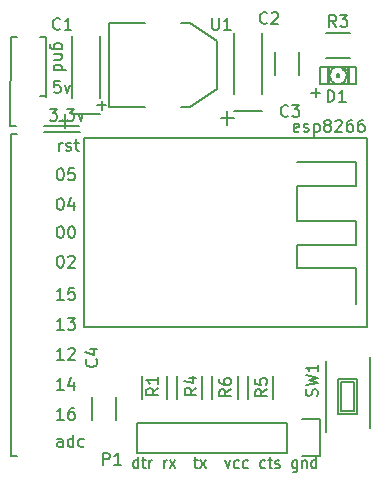
<source format=gbr>
G04 #@! TF.FileFunction,Legend,Top*
%FSLAX46Y46*%
G04 Gerber Fmt 4.6, Leading zero omitted, Abs format (unit mm)*
G04 Created by KiCad (PCBNEW 4.1.0-alpha+201607250104+6992~46~ubuntu14.04.1-product) date Sat Aug 13 20:54:48 2016*
%MOMM*%
%LPD*%
G01*
G04 APERTURE LIST*
%ADD10C,0.100000*%
%ADD11C,0.200000*%
%ADD12C,0.150000*%
G04 APERTURE END LIST*
D10*
D11*
X121504200Y-140452380D02*
X121504200Y-139452380D01*
X121504200Y-140404761D02*
X121418485Y-140452380D01*
X121247057Y-140452380D01*
X121161342Y-140404761D01*
X121118485Y-140357142D01*
X121075628Y-140261904D01*
X121075628Y-139976190D01*
X121118485Y-139880952D01*
X121161342Y-139833333D01*
X121247057Y-139785714D01*
X121418485Y-139785714D01*
X121504200Y-139833333D01*
X121804200Y-139785714D02*
X122147057Y-139785714D01*
X121932771Y-139452380D02*
X121932771Y-140309523D01*
X121975628Y-140404761D01*
X122061342Y-140452380D01*
X122147057Y-140452380D01*
X122447057Y-140452380D02*
X122447057Y-139785714D01*
X122447057Y-139976190D02*
X122489914Y-139880952D01*
X122532771Y-139833333D01*
X122618485Y-139785714D01*
X122704200Y-139785714D01*
X123689914Y-140452380D02*
X123689914Y-139785714D01*
X123689914Y-139976190D02*
X123732771Y-139880952D01*
X123775628Y-139833333D01*
X123861342Y-139785714D01*
X123947057Y-139785714D01*
X124161342Y-140452380D02*
X124632771Y-139785714D01*
X124161342Y-139785714D02*
X124632771Y-140452380D01*
X126218485Y-139785714D02*
X126561342Y-139785714D01*
X126347057Y-139452380D02*
X126347057Y-140309523D01*
X126389914Y-140404761D01*
X126475628Y-140452380D01*
X126561342Y-140452380D01*
X126775628Y-140452380D02*
X127247057Y-139785714D01*
X126775628Y-139785714D02*
X127247057Y-140452380D01*
X128875628Y-139785714D02*
X129089914Y-140452380D01*
X129304200Y-139785714D01*
X130032771Y-140404761D02*
X129947057Y-140452380D01*
X129775628Y-140452380D01*
X129689914Y-140404761D01*
X129647057Y-140357142D01*
X129604200Y-140261904D01*
X129604200Y-139976190D01*
X129647057Y-139880952D01*
X129689914Y-139833333D01*
X129775628Y-139785714D01*
X129947057Y-139785714D01*
X130032771Y-139833333D01*
X130804200Y-140404761D02*
X130718485Y-140452380D01*
X130547057Y-140452380D01*
X130461342Y-140404761D01*
X130418485Y-140357142D01*
X130375628Y-140261904D01*
X130375628Y-139976190D01*
X130418485Y-139880952D01*
X130461342Y-139833333D01*
X130547057Y-139785714D01*
X130718485Y-139785714D01*
X130804200Y-139833333D01*
X132261342Y-140404761D02*
X132175628Y-140452380D01*
X132004200Y-140452380D01*
X131918485Y-140404761D01*
X131875628Y-140357142D01*
X131832771Y-140261904D01*
X131832771Y-139976190D01*
X131875628Y-139880952D01*
X131918485Y-139833333D01*
X132004200Y-139785714D01*
X132175628Y-139785714D01*
X132261342Y-139833333D01*
X132518485Y-139785714D02*
X132861342Y-139785714D01*
X132647057Y-139452380D02*
X132647057Y-140309523D01*
X132689914Y-140404761D01*
X132775628Y-140452380D01*
X132861342Y-140452380D01*
X133118485Y-140404761D02*
X133204200Y-140452380D01*
X133375628Y-140452380D01*
X133461342Y-140404761D01*
X133504200Y-140309523D01*
X133504200Y-140261904D01*
X133461342Y-140166666D01*
X133375628Y-140119047D01*
X133247057Y-140119047D01*
X133161342Y-140071428D01*
X133118485Y-139976190D01*
X133118485Y-139928571D01*
X133161342Y-139833333D01*
X133247057Y-139785714D01*
X133375628Y-139785714D01*
X133461342Y-139833333D01*
X134961342Y-139785714D02*
X134961342Y-140595238D01*
X134918485Y-140690476D01*
X134875628Y-140738095D01*
X134789914Y-140785714D01*
X134661342Y-140785714D01*
X134575628Y-140738095D01*
X134961342Y-140404761D02*
X134875628Y-140452380D01*
X134704200Y-140452380D01*
X134618485Y-140404761D01*
X134575628Y-140357142D01*
X134532771Y-140261904D01*
X134532771Y-139976190D01*
X134575628Y-139880952D01*
X134618485Y-139833333D01*
X134704200Y-139785714D01*
X134875628Y-139785714D01*
X134961342Y-139833333D01*
X135389914Y-139785714D02*
X135389914Y-140452380D01*
X135389914Y-139880952D02*
X135432771Y-139833333D01*
X135518485Y-139785714D01*
X135647057Y-139785714D01*
X135732771Y-139833333D01*
X135775628Y-139928571D01*
X135775628Y-140452380D01*
X136589914Y-140452380D02*
X136589914Y-139452380D01*
X136589914Y-140404761D02*
X136504200Y-140452380D01*
X136332771Y-140452380D01*
X136247057Y-140404761D01*
X136204200Y-140357142D01*
X136161342Y-140261904D01*
X136161342Y-139976190D01*
X136204200Y-139880952D01*
X136247057Y-139833333D01*
X136332771Y-139785714D01*
X136504200Y-139785714D01*
X136589914Y-139833333D01*
X114820495Y-113558580D02*
X114820495Y-112891914D01*
X114820495Y-113082390D02*
X114868114Y-112987152D01*
X114915733Y-112939533D01*
X115010971Y-112891914D01*
X115106209Y-112891914D01*
X115391923Y-113510961D02*
X115487161Y-113558580D01*
X115677638Y-113558580D01*
X115772876Y-113510961D01*
X115820495Y-113415723D01*
X115820495Y-113368104D01*
X115772876Y-113272866D01*
X115677638Y-113225247D01*
X115534780Y-113225247D01*
X115439542Y-113177628D01*
X115391923Y-113082390D01*
X115391923Y-113034771D01*
X115439542Y-112939533D01*
X115534780Y-112891914D01*
X115677638Y-112891914D01*
X115772876Y-112939533D01*
X116106209Y-112891914D02*
X116487161Y-112891914D01*
X116249066Y-112558580D02*
X116249066Y-113415723D01*
X116296685Y-113510961D01*
X116391923Y-113558580D01*
X116487161Y-113558580D01*
X113509800Y-111480600D02*
X116509800Y-111480600D01*
X113538000Y-112014000D02*
X116538000Y-112014000D01*
X113705000Y-108915000D02*
X113205000Y-108915000D01*
X113205000Y-103915000D02*
X113705000Y-103915000D01*
X110705000Y-139415000D02*
X111205000Y-139415000D01*
X110693200Y-112191800D02*
X110705000Y-139415000D01*
X111252000Y-112141000D02*
X110752000Y-112141000D01*
X110705000Y-103915000D02*
X111205000Y-103915000D01*
X110693200Y-111506000D02*
X111193200Y-111506000D01*
X110705000Y-103915000D02*
X110667800Y-111480600D01*
X113705000Y-109000000D02*
X113705000Y-104000000D01*
X115022285Y-104936666D02*
X114212761Y-104936666D01*
X114117523Y-104889047D01*
X114069904Y-104841428D01*
X114022285Y-104746190D01*
X114022285Y-104603333D01*
X114069904Y-104508095D01*
X114403238Y-104936666D02*
X114355619Y-104841428D01*
X114355619Y-104650952D01*
X114403238Y-104555714D01*
X114450857Y-104508095D01*
X114546095Y-104460476D01*
X114831809Y-104460476D01*
X114927047Y-104508095D01*
X114974666Y-104555714D01*
X115022285Y-104650952D01*
X115022285Y-104841428D01*
X114974666Y-104936666D01*
X115022285Y-105412857D02*
X114355619Y-105412857D01*
X114927047Y-105412857D02*
X114974666Y-105460476D01*
X115022285Y-105555714D01*
X115022285Y-105698571D01*
X114974666Y-105793809D01*
X114879428Y-105841428D01*
X114355619Y-105841428D01*
X114355619Y-106746190D02*
X115355619Y-106746190D01*
X114403238Y-106746190D02*
X114355619Y-106650952D01*
X114355619Y-106460476D01*
X114403238Y-106365238D01*
X114450857Y-106317619D01*
X114546095Y-106270000D01*
X114831809Y-106270000D01*
X114927047Y-106317619D01*
X114974666Y-106365238D01*
X115022285Y-106460476D01*
X115022285Y-106650952D01*
X114974666Y-106746190D01*
X114890285Y-107656380D02*
X114414095Y-107656380D01*
X114366476Y-108132571D01*
X114414095Y-108084952D01*
X114509333Y-108037333D01*
X114747428Y-108037333D01*
X114842666Y-108084952D01*
X114890285Y-108132571D01*
X114937904Y-108227809D01*
X114937904Y-108465904D01*
X114890285Y-108561142D01*
X114842666Y-108608761D01*
X114747428Y-108656380D01*
X114509333Y-108656380D01*
X114414095Y-108608761D01*
X114366476Y-108561142D01*
X115271238Y-107989714D02*
X115509333Y-108656380D01*
X115747428Y-107989714D01*
X114014057Y-110018580D02*
X114633104Y-110018580D01*
X114299771Y-110399533D01*
X114442628Y-110399533D01*
X114537866Y-110447152D01*
X114585485Y-110494771D01*
X114633104Y-110590009D01*
X114633104Y-110828104D01*
X114585485Y-110923342D01*
X114537866Y-110970961D01*
X114442628Y-111018580D01*
X114156914Y-111018580D01*
X114061676Y-110970961D01*
X114014057Y-110923342D01*
X115061676Y-110923342D02*
X115109295Y-110970961D01*
X115061676Y-111018580D01*
X115014057Y-110970961D01*
X115061676Y-110923342D01*
X115061676Y-111018580D01*
X115442628Y-110018580D02*
X116061676Y-110018580D01*
X115728342Y-110399533D01*
X115871200Y-110399533D01*
X115966438Y-110447152D01*
X116014057Y-110494771D01*
X116061676Y-110590009D01*
X116061676Y-110828104D01*
X116014057Y-110923342D01*
X115966438Y-110970961D01*
X115871200Y-111018580D01*
X115585485Y-111018580D01*
X115490247Y-110970961D01*
X115442628Y-110923342D01*
X116395009Y-110351914D02*
X116633104Y-111018580D01*
X116871200Y-110351914D01*
X114858571Y-115047780D02*
X114953809Y-115047780D01*
X115049047Y-115095400D01*
X115096666Y-115143019D01*
X115144285Y-115238257D01*
X115191904Y-115428733D01*
X115191904Y-115666828D01*
X115144285Y-115857304D01*
X115096666Y-115952542D01*
X115049047Y-116000161D01*
X114953809Y-116047780D01*
X114858571Y-116047780D01*
X114763333Y-116000161D01*
X114715714Y-115952542D01*
X114668095Y-115857304D01*
X114620476Y-115666828D01*
X114620476Y-115428733D01*
X114668095Y-115238257D01*
X114715714Y-115143019D01*
X114763333Y-115095400D01*
X114858571Y-115047780D01*
X116096666Y-115047780D02*
X115620476Y-115047780D01*
X115572857Y-115523971D01*
X115620476Y-115476352D01*
X115715714Y-115428733D01*
X115953809Y-115428733D01*
X116049047Y-115476352D01*
X116096666Y-115523971D01*
X116144285Y-115619209D01*
X116144285Y-115857304D01*
X116096666Y-115952542D01*
X116049047Y-116000161D01*
X115953809Y-116047780D01*
X115715714Y-116047780D01*
X115620476Y-116000161D01*
X115572857Y-115952542D01*
X114858571Y-117562380D02*
X114953809Y-117562380D01*
X115049047Y-117610000D01*
X115096666Y-117657619D01*
X115144285Y-117752857D01*
X115191904Y-117943333D01*
X115191904Y-118181428D01*
X115144285Y-118371904D01*
X115096666Y-118467142D01*
X115049047Y-118514761D01*
X114953809Y-118562380D01*
X114858571Y-118562380D01*
X114763333Y-118514761D01*
X114715714Y-118467142D01*
X114668095Y-118371904D01*
X114620476Y-118181428D01*
X114620476Y-117943333D01*
X114668095Y-117752857D01*
X114715714Y-117657619D01*
X114763333Y-117610000D01*
X114858571Y-117562380D01*
X116049047Y-117895714D02*
X116049047Y-118562380D01*
X115810952Y-117514761D02*
X115572857Y-118229047D01*
X116191904Y-118229047D01*
X114858571Y-119952380D02*
X114953809Y-119952380D01*
X115049047Y-120000000D01*
X115096666Y-120047619D01*
X115144285Y-120142857D01*
X115191904Y-120333333D01*
X115191904Y-120571428D01*
X115144285Y-120761904D01*
X115096666Y-120857142D01*
X115049047Y-120904761D01*
X114953809Y-120952380D01*
X114858571Y-120952380D01*
X114763333Y-120904761D01*
X114715714Y-120857142D01*
X114668095Y-120761904D01*
X114620476Y-120571428D01*
X114620476Y-120333333D01*
X114668095Y-120142857D01*
X114715714Y-120047619D01*
X114763333Y-120000000D01*
X114858571Y-119952380D01*
X115810952Y-119952380D02*
X115906190Y-119952380D01*
X116001428Y-120000000D01*
X116049047Y-120047619D01*
X116096666Y-120142857D01*
X116144285Y-120333333D01*
X116144285Y-120571428D01*
X116096666Y-120761904D01*
X116049047Y-120857142D01*
X116001428Y-120904761D01*
X115906190Y-120952380D01*
X115810952Y-120952380D01*
X115715714Y-120904761D01*
X115668095Y-120857142D01*
X115620476Y-120761904D01*
X115572857Y-120571428D01*
X115572857Y-120333333D01*
X115620476Y-120142857D01*
X115668095Y-120047619D01*
X115715714Y-120000000D01*
X115810952Y-119952380D01*
X114858571Y-122452380D02*
X114953809Y-122452380D01*
X115049047Y-122500000D01*
X115096666Y-122547619D01*
X115144285Y-122642857D01*
X115191904Y-122833333D01*
X115191904Y-123071428D01*
X115144285Y-123261904D01*
X115096666Y-123357142D01*
X115049047Y-123404761D01*
X114953809Y-123452380D01*
X114858571Y-123452380D01*
X114763333Y-123404761D01*
X114715714Y-123357142D01*
X114668095Y-123261904D01*
X114620476Y-123071428D01*
X114620476Y-122833333D01*
X114668095Y-122642857D01*
X114715714Y-122547619D01*
X114763333Y-122500000D01*
X114858571Y-122452380D01*
X115572857Y-122547619D02*
X115620476Y-122500000D01*
X115715714Y-122452380D01*
X115953809Y-122452380D01*
X116049047Y-122500000D01*
X116096666Y-122547619D01*
X116144285Y-122642857D01*
X116144285Y-122738095D01*
X116096666Y-122880952D01*
X115525238Y-123452380D01*
X116144285Y-123452380D01*
X115191904Y-126182380D02*
X114620476Y-126182380D01*
X114906190Y-126182380D02*
X114906190Y-125182380D01*
X114810952Y-125325238D01*
X114715714Y-125420476D01*
X114620476Y-125468095D01*
X116096666Y-125182380D02*
X115620476Y-125182380D01*
X115572857Y-125658571D01*
X115620476Y-125610952D01*
X115715714Y-125563333D01*
X115953809Y-125563333D01*
X116049047Y-125610952D01*
X116096666Y-125658571D01*
X116144285Y-125753809D01*
X116144285Y-125991904D01*
X116096666Y-126087142D01*
X116049047Y-126134761D01*
X115953809Y-126182380D01*
X115715714Y-126182380D01*
X115620476Y-126134761D01*
X115572857Y-126087142D01*
X115191904Y-128722380D02*
X114620476Y-128722380D01*
X114906190Y-128722380D02*
X114906190Y-127722380D01*
X114810952Y-127865238D01*
X114715714Y-127960476D01*
X114620476Y-128008095D01*
X115525238Y-127722380D02*
X116144285Y-127722380D01*
X115810952Y-128103333D01*
X115953809Y-128103333D01*
X116049047Y-128150952D01*
X116096666Y-128198571D01*
X116144285Y-128293809D01*
X116144285Y-128531904D01*
X116096666Y-128627142D01*
X116049047Y-128674761D01*
X115953809Y-128722380D01*
X115668095Y-128722380D01*
X115572857Y-128674761D01*
X115525238Y-128627142D01*
X115191904Y-131262380D02*
X114620476Y-131262380D01*
X114906190Y-131262380D02*
X114906190Y-130262380D01*
X114810952Y-130405238D01*
X114715714Y-130500476D01*
X114620476Y-130548095D01*
X115572857Y-130357619D02*
X115620476Y-130310000D01*
X115715714Y-130262380D01*
X115953809Y-130262380D01*
X116049047Y-130310000D01*
X116096666Y-130357619D01*
X116144285Y-130452857D01*
X116144285Y-130548095D01*
X116096666Y-130690952D01*
X115525238Y-131262380D01*
X116144285Y-131262380D01*
X115191904Y-133802380D02*
X114620476Y-133802380D01*
X114906190Y-133802380D02*
X114906190Y-132802380D01*
X114810952Y-132945238D01*
X114715714Y-133040476D01*
X114620476Y-133088095D01*
X116049047Y-133135714D02*
X116049047Y-133802380D01*
X115810952Y-132754761D02*
X115572857Y-133469047D01*
X116191904Y-133469047D01*
X115191904Y-136342380D02*
X114620476Y-136342380D01*
X114906190Y-136342380D02*
X114906190Y-135342380D01*
X114810952Y-135485238D01*
X114715714Y-135580476D01*
X114620476Y-135628095D01*
X116049047Y-135342380D02*
X115858571Y-135342380D01*
X115763333Y-135390000D01*
X115715714Y-135437619D01*
X115620476Y-135580476D01*
X115572857Y-135770952D01*
X115572857Y-136151904D01*
X115620476Y-136247142D01*
X115668095Y-136294761D01*
X115763333Y-136342380D01*
X115953809Y-136342380D01*
X116049047Y-136294761D01*
X116096666Y-136247142D01*
X116144285Y-136151904D01*
X116144285Y-135913809D01*
X116096666Y-135818571D01*
X116049047Y-135770952D01*
X115953809Y-135723333D01*
X115763333Y-135723333D01*
X115668095Y-135770952D01*
X115620476Y-135818571D01*
X115572857Y-135913809D01*
X115096666Y-138628380D02*
X115096666Y-138104571D01*
X115049047Y-138009333D01*
X114953809Y-137961714D01*
X114763333Y-137961714D01*
X114668095Y-138009333D01*
X115096666Y-138580761D02*
X115001428Y-138628380D01*
X114763333Y-138628380D01*
X114668095Y-138580761D01*
X114620476Y-138485523D01*
X114620476Y-138390285D01*
X114668095Y-138295047D01*
X114763333Y-138247428D01*
X115001428Y-138247428D01*
X115096666Y-138199809D01*
X116001428Y-138628380D02*
X116001428Y-137628380D01*
X116001428Y-138580761D02*
X115906190Y-138628380D01*
X115715714Y-138628380D01*
X115620476Y-138580761D01*
X115572857Y-138533142D01*
X115525238Y-138437904D01*
X115525238Y-138152190D01*
X115572857Y-138056952D01*
X115620476Y-138009333D01*
X115715714Y-137961714D01*
X115906190Y-137961714D01*
X116001428Y-138009333D01*
X116906190Y-138580761D02*
X116810952Y-138628380D01*
X116620476Y-138628380D01*
X116525238Y-138580761D01*
X116477619Y-138533142D01*
X116430000Y-138437904D01*
X116430000Y-138152190D01*
X116477619Y-138056952D01*
X116525238Y-138009333D01*
X116620476Y-137961714D01*
X116810952Y-137961714D01*
X116906190Y-138009333D01*
D12*
X138330940Y-107088940D02*
X138529060Y-107088940D01*
X138529060Y-107088940D02*
X138529060Y-107287060D01*
X138330940Y-107287060D02*
X138529060Y-107287060D01*
X138330940Y-107088940D02*
X138330940Y-107287060D01*
X138879580Y-106489500D02*
X139227560Y-106489500D01*
X139227560Y-106489500D02*
X139227560Y-106738420D01*
X138879580Y-106738420D02*
X139227560Y-106738420D01*
X138879580Y-106489500D02*
X138879580Y-106738420D01*
X139227560Y-106489500D02*
X139329160Y-106489500D01*
X139329160Y-106489500D02*
X139329160Y-107685840D01*
X139227560Y-107685840D02*
X139329160Y-107685840D01*
X139227560Y-106489500D02*
X139227560Y-107685840D01*
X139227560Y-107736640D02*
X139329160Y-107736640D01*
X139329160Y-107736640D02*
X139329160Y-107886500D01*
X139227560Y-107886500D02*
X139329160Y-107886500D01*
X139227560Y-107736640D02*
X139227560Y-107886500D01*
X137530840Y-106489500D02*
X137632440Y-106489500D01*
X137632440Y-106489500D02*
X137632440Y-107685840D01*
X137530840Y-107685840D02*
X137632440Y-107685840D01*
X137530840Y-106489500D02*
X137530840Y-107685840D01*
X137530840Y-107736640D02*
X137632440Y-107736640D01*
X137632440Y-107736640D02*
X137632440Y-107886500D01*
X137530840Y-107886500D02*
X137632440Y-107886500D01*
X137530840Y-107736640D02*
X137530840Y-107886500D01*
X138879580Y-106489500D02*
X139029440Y-106489500D01*
X139029440Y-106489500D02*
X139029440Y-106738420D01*
X138879580Y-106738420D02*
X139029440Y-106738420D01*
X138879580Y-106489500D02*
X138879580Y-106738420D01*
X139979400Y-106438700D02*
X136880600Y-106438700D01*
X136880600Y-106438700D02*
X136880600Y-107937300D01*
X136880600Y-107937300D02*
X139979400Y-107937300D01*
X139979400Y-107937300D02*
X139979400Y-106438700D01*
X137882738Y-106688646D02*
G75*
G02X138978640Y-106690160I547262J-499354D01*
G01*
X137881867Y-107686398D02*
G75*
G02X137881360Y-106690160I548133J498398D01*
G01*
X138977262Y-107687354D02*
G75*
G02X137881360Y-107685840I-547262J499354D01*
G01*
X138978133Y-106689602D02*
G75*
G02X138978640Y-107685840I-548133J-498398D01*
G01*
X134089000Y-139120000D02*
X121389000Y-139120000D01*
X121389000Y-139120000D02*
X121389000Y-136580000D01*
X121389000Y-136580000D02*
X134089000Y-136580000D01*
X136909000Y-139400000D02*
X135359000Y-139400000D01*
X134089000Y-139120000D02*
X134089000Y-136580000D01*
X135359000Y-136300000D02*
X136909000Y-136300000D01*
X136909000Y-136300000D02*
X136909000Y-139400000D01*
X118292880Y-109059980D02*
X118292880Y-103858060D01*
X115895120Y-103858060D02*
X115895120Y-109059980D01*
X114795300Y-111058960D02*
X115895120Y-111058960D01*
X115295680Y-111658400D02*
X115295680Y-110459520D01*
X115895120Y-110454440D02*
X118292880Y-110454440D01*
X132008880Y-108772960D02*
X132008880Y-103571040D01*
X129611120Y-103571040D02*
X129611120Y-108772960D01*
X128511300Y-110771940D02*
X129611120Y-110771940D01*
X129011680Y-111371380D02*
X129011680Y-110172500D01*
X129611120Y-110167420D02*
X132008880Y-110167420D01*
X133087000Y-105172000D02*
X133087000Y-107172000D01*
X135137000Y-107172000D02*
X135137000Y-105172000D01*
X117593000Y-134382000D02*
X117593000Y-136382000D01*
X119643000Y-136382000D02*
X119643000Y-134382000D01*
X123934000Y-132600000D02*
X123934000Y-134600000D01*
X121784000Y-134600000D02*
X121784000Y-132600000D01*
X122047000Y-102743000D02*
X118999000Y-102743000D01*
X118999000Y-102743000D02*
X118999000Y-109855000D01*
X118999000Y-109855000D02*
X122047000Y-109855000D01*
X125095000Y-102743000D02*
X125857000Y-102743000D01*
X125857000Y-102743000D02*
X128143000Y-104267000D01*
X128143000Y-104267000D02*
X128143000Y-108331000D01*
X128143000Y-108331000D02*
X125857000Y-109855000D01*
X125857000Y-109855000D02*
X125095000Y-109855000D01*
X134914000Y-114522000D02*
X139914000Y-114522000D01*
X139914000Y-114522000D02*
X139914000Y-116522000D01*
X139914000Y-116522000D02*
X134914000Y-116522000D01*
X134914000Y-116522000D02*
X134914000Y-119522000D01*
X134914000Y-119522000D02*
X139914000Y-119522000D01*
X139914000Y-119522000D02*
X139914000Y-121522000D01*
X139914000Y-121522000D02*
X134914000Y-121522000D01*
X134914000Y-121522000D02*
X134914000Y-123522000D01*
X134914000Y-123522000D02*
X139914000Y-123522000D01*
X139914000Y-123522000D02*
X139914000Y-126522000D01*
X116914000Y-112522000D02*
X116914000Y-128522000D01*
X116914000Y-128522000D02*
X140914000Y-128522000D01*
X140914000Y-128522000D02*
X140914000Y-112522000D01*
X140914000Y-112522000D02*
X116914000Y-112522000D01*
X137430000Y-103573000D02*
X139430000Y-103573000D01*
X139430000Y-105723000D02*
X137430000Y-105723000D01*
X139742220Y-133126110D02*
X139742220Y-135626110D01*
X139742220Y-135626110D02*
X138642220Y-135626110D01*
X138642220Y-135626110D02*
X138642220Y-133126110D01*
X138642220Y-133126110D02*
X139742220Y-133126110D01*
X138392220Y-132876110D02*
X138392220Y-135876110D01*
X139992220Y-132876110D02*
X139992220Y-135876110D01*
X139992220Y-135876110D02*
X138392220Y-135876110D01*
X139992220Y-132876110D02*
X138392220Y-132876110D01*
X137442220Y-131376110D02*
X137442220Y-137376110D01*
X141092000Y-131066000D02*
X141092000Y-137066000D01*
X129934000Y-132600000D02*
X129934000Y-134600000D01*
X127784000Y-134600000D02*
X127784000Y-132600000D01*
X132934000Y-132600000D02*
X132934000Y-134600000D01*
X130784000Y-134600000D02*
X130784000Y-132600000D01*
X124784000Y-134600000D02*
X124784000Y-132600000D01*
X126934000Y-132600000D02*
X126934000Y-134600000D01*
X137542044Y-109418380D02*
X137542044Y-108418380D01*
X137780140Y-108418380D01*
X137922997Y-108466000D01*
X138018235Y-108561238D01*
X138065854Y-108656476D01*
X138113473Y-108846952D01*
X138113473Y-108989809D01*
X138065854Y-109180285D01*
X138018235Y-109275523D01*
X137922997Y-109370761D01*
X137780140Y-109418380D01*
X137542044Y-109418380D01*
X139065854Y-109418380D02*
X138494425Y-109418380D01*
X138780140Y-109418380D02*
X138780140Y-108418380D01*
X138684901Y-108561238D01*
X138589663Y-108656476D01*
X138494425Y-108704095D01*
X118514904Y-140152380D02*
X118514904Y-139152380D01*
X118895857Y-139152380D01*
X118991095Y-139200000D01*
X119038714Y-139247619D01*
X119086333Y-139342857D01*
X119086333Y-139485714D01*
X119038714Y-139580952D01*
X118991095Y-139628571D01*
X118895857Y-139676190D01*
X118514904Y-139676190D01*
X120038714Y-140152380D02*
X119467285Y-140152380D01*
X119753000Y-140152380D02*
X119753000Y-139152380D01*
X119657761Y-139295238D01*
X119562523Y-139390476D01*
X119467285Y-139438095D01*
X114895333Y-103227142D02*
X114847714Y-103274761D01*
X114704857Y-103322380D01*
X114609619Y-103322380D01*
X114466761Y-103274761D01*
X114371523Y-103179523D01*
X114323904Y-103084285D01*
X114276285Y-102893809D01*
X114276285Y-102750952D01*
X114323904Y-102560476D01*
X114371523Y-102465238D01*
X114466761Y-102370000D01*
X114609619Y-102322380D01*
X114704857Y-102322380D01*
X114847714Y-102370000D01*
X114895333Y-102417619D01*
X115847714Y-103322380D02*
X115276285Y-103322380D01*
X115562000Y-103322380D02*
X115562000Y-102322380D01*
X115466761Y-102465238D01*
X115371523Y-102560476D01*
X115276285Y-102608095D01*
X136520228Y-109042152D02*
X136520228Y-108280247D01*
X136901180Y-108661200D02*
X136139276Y-108661200D01*
X132421333Y-102719142D02*
X132373714Y-102766761D01*
X132230857Y-102814380D01*
X132135619Y-102814380D01*
X131992761Y-102766761D01*
X131897523Y-102671523D01*
X131849904Y-102576285D01*
X131802285Y-102385809D01*
X131802285Y-102242952D01*
X131849904Y-102052476D01*
X131897523Y-101957238D01*
X131992761Y-101862000D01*
X132135619Y-101814380D01*
X132230857Y-101814380D01*
X132373714Y-101862000D01*
X132421333Y-101909619D01*
X132802285Y-101909619D02*
X132849904Y-101862000D01*
X132945142Y-101814380D01*
X133183238Y-101814380D01*
X133278476Y-101862000D01*
X133326095Y-101909619D01*
X133373714Y-102004857D01*
X133373714Y-102100095D01*
X133326095Y-102242952D01*
X132754666Y-102814380D01*
X133373714Y-102814380D01*
X118435428Y-110083552D02*
X118435428Y-109321647D01*
X118816380Y-109702600D02*
X118054476Y-109702600D01*
X134199333Y-110593142D02*
X134151714Y-110640761D01*
X134008857Y-110688380D01*
X133913619Y-110688380D01*
X133770761Y-110640761D01*
X133675523Y-110545523D01*
X133627904Y-110450285D01*
X133580285Y-110259809D01*
X133580285Y-110116952D01*
X133627904Y-109926476D01*
X133675523Y-109831238D01*
X133770761Y-109736000D01*
X133913619Y-109688380D01*
X134008857Y-109688380D01*
X134151714Y-109736000D01*
X134199333Y-109783619D01*
X134532666Y-109688380D02*
X135151714Y-109688380D01*
X134818380Y-110069333D01*
X134961238Y-110069333D01*
X135056476Y-110116952D01*
X135104095Y-110164571D01*
X135151714Y-110259809D01*
X135151714Y-110497904D01*
X135104095Y-110593142D01*
X135056476Y-110640761D01*
X134961238Y-110688380D01*
X134675523Y-110688380D01*
X134580285Y-110640761D01*
X134532666Y-110593142D01*
X117959142Y-131230666D02*
X118006761Y-131278285D01*
X118054380Y-131421142D01*
X118054380Y-131516380D01*
X118006761Y-131659238D01*
X117911523Y-131754476D01*
X117816285Y-131802095D01*
X117625809Y-131849714D01*
X117482952Y-131849714D01*
X117292476Y-131802095D01*
X117197238Y-131754476D01*
X117102000Y-131659238D01*
X117054380Y-131516380D01*
X117054380Y-131421142D01*
X117102000Y-131278285D01*
X117149619Y-131230666D01*
X117387714Y-130373523D02*
X118054380Y-130373523D01*
X117006761Y-130611619D02*
X117721047Y-130849714D01*
X117721047Y-130230666D01*
X123202380Y-133666666D02*
X122726190Y-134000000D01*
X123202380Y-134238095D02*
X122202380Y-134238095D01*
X122202380Y-133857142D01*
X122250000Y-133761904D01*
X122297619Y-133714285D01*
X122392857Y-133666666D01*
X122535714Y-133666666D01*
X122630952Y-133714285D01*
X122678571Y-133761904D01*
X122726190Y-133857142D01*
X122726190Y-134238095D01*
X123202380Y-132714285D02*
X123202380Y-133285714D01*
X123202380Y-133000000D02*
X122202380Y-133000000D01*
X122345238Y-133095238D01*
X122440476Y-133190476D01*
X122488095Y-133285714D01*
X127762095Y-102322380D02*
X127762095Y-103131904D01*
X127809714Y-103227142D01*
X127857333Y-103274761D01*
X127952571Y-103322380D01*
X128143047Y-103322380D01*
X128238285Y-103274761D01*
X128285904Y-103227142D01*
X128333523Y-103131904D01*
X128333523Y-102322380D01*
X129333523Y-103322380D02*
X128762095Y-103322380D01*
X129047809Y-103322380D02*
X129047809Y-102322380D01*
X128952571Y-102465238D01*
X128857333Y-102560476D01*
X128762095Y-102608095D01*
X135096571Y-111910761D02*
X135001333Y-111958380D01*
X134810857Y-111958380D01*
X134715619Y-111910761D01*
X134668000Y-111815523D01*
X134668000Y-111434571D01*
X134715619Y-111339333D01*
X134810857Y-111291714D01*
X135001333Y-111291714D01*
X135096571Y-111339333D01*
X135144190Y-111434571D01*
X135144190Y-111529809D01*
X134668000Y-111625047D01*
X135525142Y-111910761D02*
X135620380Y-111958380D01*
X135810857Y-111958380D01*
X135906095Y-111910761D01*
X135953714Y-111815523D01*
X135953714Y-111767904D01*
X135906095Y-111672666D01*
X135810857Y-111625047D01*
X135668000Y-111625047D01*
X135572761Y-111577428D01*
X135525142Y-111482190D01*
X135525142Y-111434571D01*
X135572761Y-111339333D01*
X135668000Y-111291714D01*
X135810857Y-111291714D01*
X135906095Y-111339333D01*
X136382285Y-111291714D02*
X136382285Y-112291714D01*
X136382285Y-111339333D02*
X136477523Y-111291714D01*
X136668000Y-111291714D01*
X136763238Y-111339333D01*
X136810857Y-111386952D01*
X136858476Y-111482190D01*
X136858476Y-111767904D01*
X136810857Y-111863142D01*
X136763238Y-111910761D01*
X136668000Y-111958380D01*
X136477523Y-111958380D01*
X136382285Y-111910761D01*
X137429904Y-111386952D02*
X137334666Y-111339333D01*
X137287047Y-111291714D01*
X137239428Y-111196476D01*
X137239428Y-111148857D01*
X137287047Y-111053619D01*
X137334666Y-111006000D01*
X137429904Y-110958380D01*
X137620380Y-110958380D01*
X137715619Y-111006000D01*
X137763238Y-111053619D01*
X137810857Y-111148857D01*
X137810857Y-111196476D01*
X137763238Y-111291714D01*
X137715619Y-111339333D01*
X137620380Y-111386952D01*
X137429904Y-111386952D01*
X137334666Y-111434571D01*
X137287047Y-111482190D01*
X137239428Y-111577428D01*
X137239428Y-111767904D01*
X137287047Y-111863142D01*
X137334666Y-111910761D01*
X137429904Y-111958380D01*
X137620380Y-111958380D01*
X137715619Y-111910761D01*
X137763238Y-111863142D01*
X137810857Y-111767904D01*
X137810857Y-111577428D01*
X137763238Y-111482190D01*
X137715619Y-111434571D01*
X137620380Y-111386952D01*
X138191809Y-111053619D02*
X138239428Y-111006000D01*
X138334666Y-110958380D01*
X138572761Y-110958380D01*
X138668000Y-111006000D01*
X138715619Y-111053619D01*
X138763238Y-111148857D01*
X138763238Y-111244095D01*
X138715619Y-111386952D01*
X138144190Y-111958380D01*
X138763238Y-111958380D01*
X139620380Y-110958380D02*
X139429904Y-110958380D01*
X139334666Y-111006000D01*
X139287047Y-111053619D01*
X139191809Y-111196476D01*
X139144190Y-111386952D01*
X139144190Y-111767904D01*
X139191809Y-111863142D01*
X139239428Y-111910761D01*
X139334666Y-111958380D01*
X139525142Y-111958380D01*
X139620380Y-111910761D01*
X139668000Y-111863142D01*
X139715619Y-111767904D01*
X139715619Y-111529809D01*
X139668000Y-111434571D01*
X139620380Y-111386952D01*
X139525142Y-111339333D01*
X139334666Y-111339333D01*
X139239428Y-111386952D01*
X139191809Y-111434571D01*
X139144190Y-111529809D01*
X140572761Y-110958380D02*
X140382285Y-110958380D01*
X140287047Y-111006000D01*
X140239428Y-111053619D01*
X140144190Y-111196476D01*
X140096571Y-111386952D01*
X140096571Y-111767904D01*
X140144190Y-111863142D01*
X140191809Y-111910761D01*
X140287047Y-111958380D01*
X140477523Y-111958380D01*
X140572761Y-111910761D01*
X140620380Y-111863142D01*
X140668000Y-111767904D01*
X140668000Y-111529809D01*
X140620380Y-111434571D01*
X140572761Y-111386952D01*
X140477523Y-111339333D01*
X140287047Y-111339333D01*
X140191809Y-111386952D01*
X140144190Y-111434571D01*
X140096571Y-111529809D01*
X138263333Y-103068380D02*
X137930000Y-102592190D01*
X137691904Y-103068380D02*
X137691904Y-102068380D01*
X138072857Y-102068380D01*
X138168095Y-102116000D01*
X138215714Y-102163619D01*
X138263333Y-102258857D01*
X138263333Y-102401714D01*
X138215714Y-102496952D01*
X138168095Y-102544571D01*
X138072857Y-102592190D01*
X137691904Y-102592190D01*
X138596666Y-102068380D02*
X139215714Y-102068380D01*
X138882380Y-102449333D01*
X139025238Y-102449333D01*
X139120476Y-102496952D01*
X139168095Y-102544571D01*
X139215714Y-102639809D01*
X139215714Y-102877904D01*
X139168095Y-102973142D01*
X139120476Y-103020761D01*
X139025238Y-103068380D01*
X138739523Y-103068380D01*
X138644285Y-103020761D01*
X138596666Y-102973142D01*
X136654761Y-134333333D02*
X136702380Y-134190476D01*
X136702380Y-133952380D01*
X136654761Y-133857142D01*
X136607142Y-133809523D01*
X136511904Y-133761904D01*
X136416666Y-133761904D01*
X136321428Y-133809523D01*
X136273809Y-133857142D01*
X136226190Y-133952380D01*
X136178571Y-134142857D01*
X136130952Y-134238095D01*
X136083333Y-134285714D01*
X135988095Y-134333333D01*
X135892857Y-134333333D01*
X135797619Y-134285714D01*
X135750000Y-134238095D01*
X135702380Y-134142857D01*
X135702380Y-133904761D01*
X135750000Y-133761904D01*
X135702380Y-133428571D02*
X136702380Y-133190476D01*
X135988095Y-133000000D01*
X136702380Y-132809523D01*
X135702380Y-132571428D01*
X136702380Y-131666666D02*
X136702380Y-132238095D01*
X136702380Y-131952380D02*
X135702380Y-131952380D01*
X135845238Y-132047619D01*
X135940476Y-132142857D01*
X135988095Y-132238095D01*
X126436380Y-133643666D02*
X125960190Y-133977000D01*
X126436380Y-134215095D02*
X125436380Y-134215095D01*
X125436380Y-133834142D01*
X125484000Y-133738904D01*
X125531619Y-133691285D01*
X125626857Y-133643666D01*
X125769714Y-133643666D01*
X125864952Y-133691285D01*
X125912571Y-133738904D01*
X125960190Y-133834142D01*
X125960190Y-134215095D01*
X125769714Y-132786523D02*
X126436380Y-132786523D01*
X125388761Y-133024619D02*
X126103047Y-133262714D01*
X126103047Y-132643666D01*
X132405380Y-133770666D02*
X131929190Y-134104000D01*
X132405380Y-134342095D02*
X131405380Y-134342095D01*
X131405380Y-133961142D01*
X131453000Y-133865904D01*
X131500619Y-133818285D01*
X131595857Y-133770666D01*
X131738714Y-133770666D01*
X131833952Y-133818285D01*
X131881571Y-133865904D01*
X131929190Y-133961142D01*
X131929190Y-134342095D01*
X131405380Y-132865904D02*
X131405380Y-133342095D01*
X131881571Y-133389714D01*
X131833952Y-133342095D01*
X131786333Y-133246857D01*
X131786333Y-133008761D01*
X131833952Y-132913523D01*
X131881571Y-132865904D01*
X131976809Y-132818285D01*
X132214904Y-132818285D01*
X132310142Y-132865904D01*
X132357761Y-132913523D01*
X132405380Y-133008761D01*
X132405380Y-133246857D01*
X132357761Y-133342095D01*
X132310142Y-133389714D01*
X129357380Y-133770666D02*
X128881190Y-134104000D01*
X129357380Y-134342095D02*
X128357380Y-134342095D01*
X128357380Y-133961142D01*
X128405000Y-133865904D01*
X128452619Y-133818285D01*
X128547857Y-133770666D01*
X128690714Y-133770666D01*
X128785952Y-133818285D01*
X128833571Y-133865904D01*
X128881190Y-133961142D01*
X128881190Y-134342095D01*
X128357380Y-132913523D02*
X128357380Y-133104000D01*
X128405000Y-133199238D01*
X128452619Y-133246857D01*
X128595476Y-133342095D01*
X128785952Y-133389714D01*
X129166904Y-133389714D01*
X129262142Y-133342095D01*
X129309761Y-133294476D01*
X129357380Y-133199238D01*
X129357380Y-133008761D01*
X129309761Y-132913523D01*
X129262142Y-132865904D01*
X129166904Y-132818285D01*
X128928809Y-132818285D01*
X128833571Y-132865904D01*
X128785952Y-132913523D01*
X128738333Y-133008761D01*
X128738333Y-133199238D01*
X128785952Y-133294476D01*
X128833571Y-133342095D01*
X128928809Y-133389714D01*
M02*

</source>
